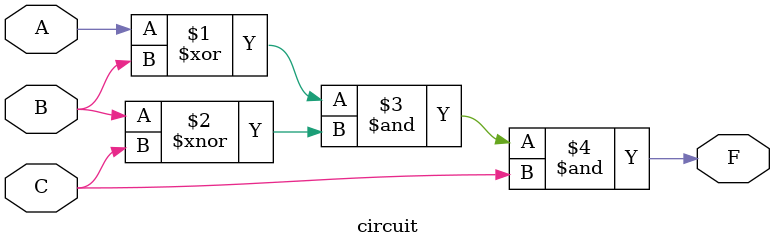
<source format=v>
module circuit (
    input A, B, C,
    output F
);
    assign F = (A^B) & (B~^C) & C;
endmodule
</source>
